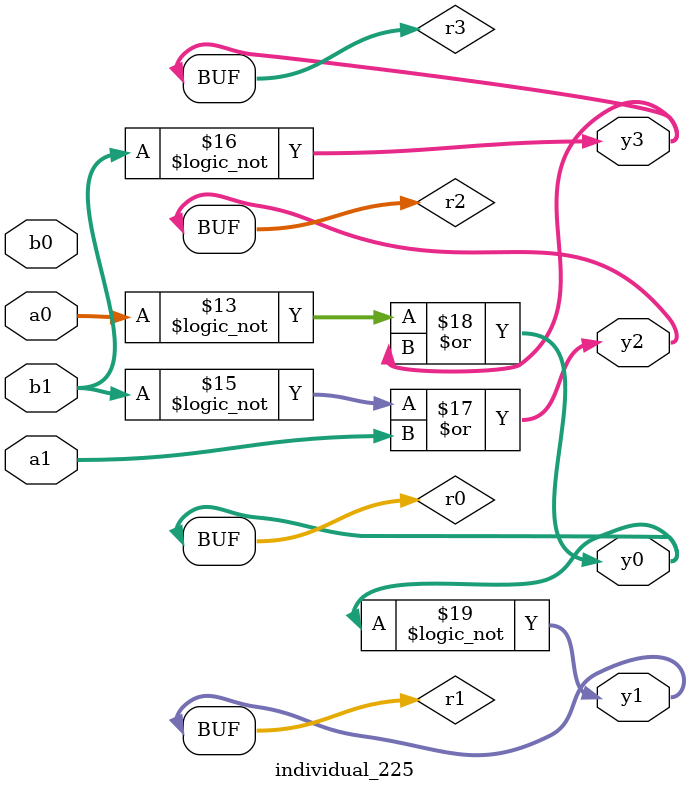
<source format=sv>
module individual_225(input logic [15:0] a1, input logic [15:0] a0, input logic [15:0] b1, input logic [15:0] b0, output logic [15:0] y3, output logic [15:0] y2, output logic [15:0] y1, output logic [15:0] y0);
logic [15:0] r0, r1, r2, r3; 
 always@(*) begin 
	 r0 = a0; r1 = a1; r2 = b0; r3 = b1; 
 	 r3  |=  b0 ;
 	 r1  ^=  a0 ;
 	 r1 = ! a0 ;
 	 r2 = ! r0 ;
 	 r1  &=  b0 ;
 	 r0  ^=  r2 ;
 	 r0  ^=  r3 ;
 	 r2  |=  r2 ;
 	 r2  ^=  r3 ;
 	 r3  &=  r0 ;
 	 r3  &=  a0 ;
 	 r0 = ! a0 ;
 	 r1  &=  r1 ;
 	 r2 = ! b1 ;
 	 r3 = ! b1 ;
 	 r2  |=  a1 ;
 	 r0  |=  r3 ;
 	 r1 = ! r0 ;
 	 y3 = r3; y2 = r2; y1 = r1; y0 = r0; 
end
endmodule
</source>
